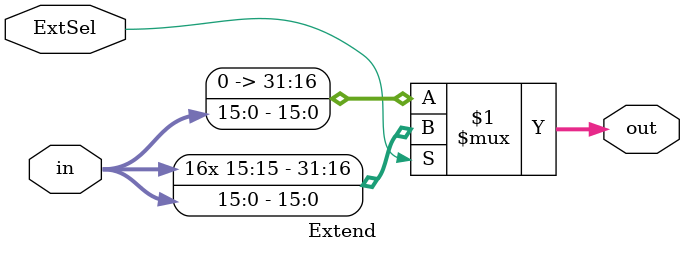
<source format=v>
`timescale 1ns / 1ps


module Extend(in, ExtSel, out);
    input wire [15:0] in;
    input wire ExtSel;
    output [31:0] out;
    assign out = (ExtSel) ? {{16{in[15]}}, in[15:0]}:{{16{1'b0}}, in[15:0]};
    
endmodule

</source>
